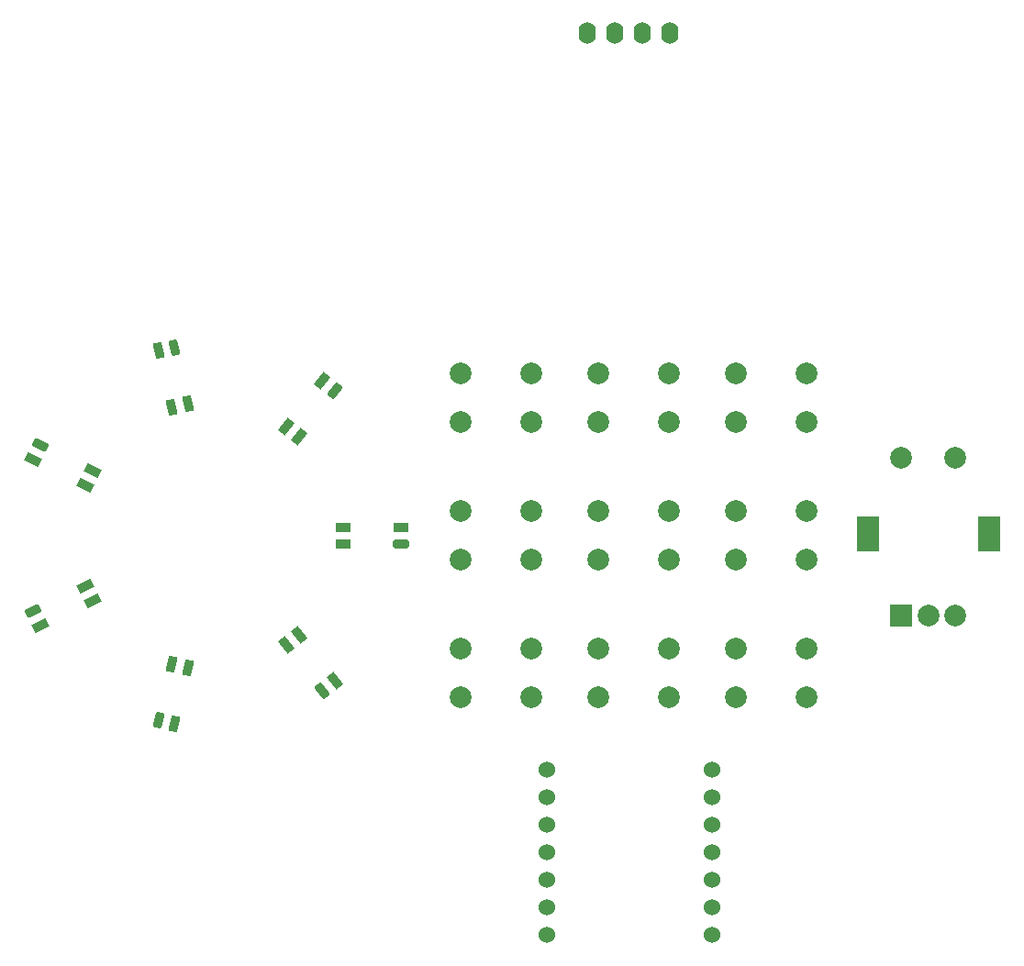
<source format=gbr>
%TF.GenerationSoftware,KiCad,Pcbnew,9.0.1*%
%TF.CreationDate,2025-06-15T22:50:49-06:00*%
%TF.ProjectId,AuraCTRL PCB,41757261-4354-4524-9c20-5043422e6b69,rev?*%
%TF.SameCoordinates,Original*%
%TF.FileFunction,Soldermask,Bot*%
%TF.FilePolarity,Negative*%
%FSLAX46Y46*%
G04 Gerber Fmt 4.6, Leading zero omitted, Abs format (unit mm)*
G04 Created by KiCad (PCBNEW 9.0.1) date 2025-06-15 22:50:49*
%MOMM*%
%LPD*%
G01*
G04 APERTURE LIST*
G04 Aperture macros list*
%AMRoundRect*
0 Rectangle with rounded corners*
0 $1 Rounding radius*
0 $2 $3 $4 $5 $6 $7 $8 $9 X,Y pos of 4 corners*
0 Add a 4 corners polygon primitive as box body*
4,1,4,$2,$3,$4,$5,$6,$7,$8,$9,$2,$3,0*
0 Add four circle primitives for the rounded corners*
1,1,$1+$1,$2,$3*
1,1,$1+$1,$4,$5*
1,1,$1+$1,$6,$7*
1,1,$1+$1,$8,$9*
0 Add four rect primitives between the rounded corners*
20,1,$1+$1,$2,$3,$4,$5,0*
20,1,$1+$1,$4,$5,$6,$7,0*
20,1,$1+$1,$6,$7,$8,$9,0*
20,1,$1+$1,$8,$9,$2,$3,0*%
%AMRotRect*
0 Rectangle, with rotation*
0 The origin of the aperture is its center*
0 $1 length*
0 $2 width*
0 $3 Rotation angle, in degrees counterclockwise*
0 Add horizontal line*
21,1,$1,$2,0,0,$3*%
G04 Aperture macros list end*
%ADD10RotRect,1.450000X0.820000X102.857000*%
%ADD11RoundRect,0.205000X0.315570X-0.461347X0.084151X0.552579X-0.315570X0.461347X-0.084151X-0.552579X0*%
%ADD12RotRect,1.450000X0.820000X154.285000*%
%ADD13RoundRect,0.205000X0.557449X-0.040928X-0.379553X0.410323X-0.557449X0.040928X0.379553X-0.410323X0*%
%ADD14RotRect,1.450000X0.820000X51.429000*%
%ADD15RoundRect,0.205000X-0.163935X-0.534369X0.484488X0.278741X0.163935X0.534369X-0.484488X-0.278741X0*%
%ADD16RotRect,1.450000X0.820000X308.572000*%
%ADD17RoundRect,0.205000X-0.484493X0.278732X0.163945X-0.534366X0.484493X-0.278732X-0.163945X0.534366X0*%
%ADD18RotRect,1.450000X0.820000X205.714000*%
%ADD19RoundRect,0.205000X0.379560X0.410316X-0.557450X-0.040918X-0.379560X-0.410316X0.557450X0.040918X0*%
%ADD20R,1.450000X0.820000*%
%ADD21RoundRect,0.205000X-0.520000X-0.205000X0.520000X-0.205000X0.520000X0.205000X-0.520000X0.205000X0*%
%ADD22RotRect,1.450000X0.820000X257.143000*%
%ADD23RoundRect,0.205000X-0.084151X0.552579X-0.315570X-0.461347X0.084151X-0.552579X0.315570X0.461347X0*%
%ADD24C,2.000000*%
%ADD25O,1.600000X2.000000*%
%ADD26R,2.000000X2.000000*%
%ADD27R,2.000000X3.200000*%
%ADD28C,1.524000*%
G04 APERTURE END LIST*
D10*
%TO.C,D1*%
X44474358Y-115162513D03*
X45936751Y-114828735D03*
D11*
X44746278Y-109612867D03*
D10*
X43283885Y-109946645D03*
%TD*%
D12*
%TO.C,D1*%
X36525935Y-122333645D03*
X37176777Y-120982199D03*
D13*
X32356623Y-118660861D03*
D12*
X31705781Y-120012307D03*
%TD*%
D14*
%TO.C,D1*%
X55036723Y-116905740D03*
X56209478Y-117840966D03*
D15*
X59545117Y-113658142D03*
D14*
X58372362Y-112722916D03*
%TD*%
D16*
%TO.C,D1*%
X56209481Y-136160172D03*
X55036743Y-137095418D03*
D17*
X58372455Y-141278182D03*
D16*
X59545193Y-140342936D03*
%TD*%
D18*
%TO.C,D1*%
X37176813Y-133019058D03*
X36525994Y-131667602D03*
D19*
X31705799Y-133988856D03*
D18*
X32356618Y-135340312D03*
%TD*%
D20*
%TO.C,D1*%
X60259324Y-126250574D03*
X60259324Y-127750574D03*
D21*
X65609324Y-127750574D03*
D20*
X65609324Y-126250574D03*
%TD*%
D22*
%TO.C,D1*%
X45936810Y-139172434D03*
X44474418Y-138838655D03*
D23*
X43283944Y-144054524D03*
D22*
X44746336Y-144388303D03*
%TD*%
D24*
%TO.C,Back1*%
X103020000Y-116550000D03*
X96520000Y-116550000D03*
X103020000Y-112050000D03*
X96520000Y-112050000D03*
%TD*%
%TO.C,Confirm1*%
X77620000Y-116550000D03*
X71120000Y-116550000D03*
X77620000Y-112050000D03*
X71120000Y-112050000D03*
%TD*%
%TO.C,D-Pad_Up1*%
X90320000Y-116550000D03*
X83820000Y-116550000D03*
X90320000Y-112050000D03*
X83820000Y-112050000D03*
%TD*%
%TO.C,SW7*%
X103020000Y-129250000D03*
X96520000Y-129250000D03*
X103020000Y-124750000D03*
X96520000Y-124750000D03*
%TD*%
%TO.C,Enter1*%
X90320000Y-129250000D03*
X83820000Y-129250000D03*
X90320000Y-124750000D03*
X83820000Y-124750000D03*
%TD*%
%TO.C,D-Pad_Right1*%
X77620000Y-129250000D03*
X71120000Y-129250000D03*
X77620000Y-124750000D03*
X71120000Y-124750000D03*
%TD*%
%TO.C,SW8*%
X103020000Y-141950000D03*
X96520000Y-141950000D03*
X103020000Y-137450000D03*
X96520000Y-137450000D03*
%TD*%
%TO.C,SW5*%
X77620000Y-141950000D03*
X71120000Y-141950000D03*
X77620000Y-137450000D03*
X71120000Y-137450000D03*
%TD*%
%TO.C,SW6*%
X90320000Y-141950000D03*
X83820000Y-141950000D03*
X90320000Y-137450000D03*
X83820000Y-137450000D03*
%TD*%
D25*
%TO.C,J1*%
X82820238Y-80645000D03*
X85360238Y-80645000D03*
X87900238Y-80645000D03*
X90440238Y-80645000D03*
%TD*%
D26*
%TO.C,SW1*%
X111800000Y-134350000D03*
D24*
X116800000Y-134350000D03*
X114300000Y-134350000D03*
D27*
X108700000Y-126850000D03*
X119900000Y-126850000D03*
D24*
X116800000Y-119850000D03*
X111800000Y-119850000D03*
%TD*%
D28*
%TO.C,U1*%
X94360238Y-163830000D03*
X94360238Y-161290000D03*
X94360238Y-158750000D03*
X94360238Y-156210000D03*
X94360238Y-153670000D03*
X94360238Y-151130000D03*
X94360238Y-148590000D03*
X79120238Y-148590000D03*
X79120238Y-151130000D03*
X79120238Y-153670000D03*
X79120238Y-156210000D03*
X79120238Y-158750000D03*
X79120238Y-161290000D03*
X79120238Y-163830000D03*
%TD*%
M02*

</source>
